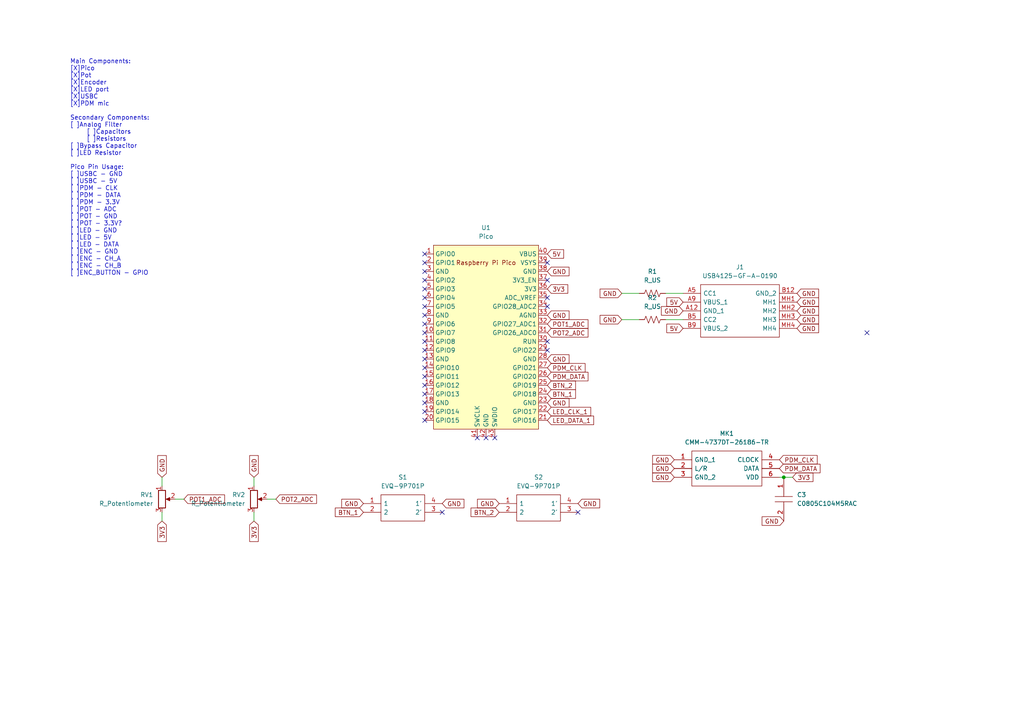
<source format=kicad_sch>
(kicad_sch (version 20211123) (generator eeschema)
  (paper "A4")
  (lib_symbols
    (symbol "Device:R_Potentiometer" (pin_names (offset 1.016) hide)
      (property "Reference" "RV" (at -4.445 0 90))
      (property "Value" "R_Potentiometer" (at -2.54 0 90))
      (symbol "R_Potentiometer_0_1"
        (polyline (pts (xy 2.54 0) (xy 1.524 0)))
        (polyline (pts (xy 1.143 0) (xy 2.286 0.508) (xy 2.286 -0.508) (xy 1.143 0)) (fill (type outline)))
        (rectangle (start 1.016 2.54) (end -1.016 -2.54) (stroke (width 0.254)))
      )
      (symbol "R_Potentiometer_1_1"
        (pin passive line (at 0 3.81 270) (length 1.27) (name "1") (number "1"))
        (pin passive line (at 3.81 0 180) (length 1.27) (name "2") (number "2"))
        (pin passive line (at 0 -3.81 90) (length 1.27) (name "3") (number "3"))
      )
    )
    (symbol "Device:R_US" (pin_numbers hide) (pin_names (offset 0))
      (property "Reference" "R" (at 2.54 0 90))
      (property "Value" "R_US" (at -2.54 0 90))
      (symbol "R_US_0_1"
        (polyline (pts (xy 0 -2.286) (xy 0 -2.54)))
        (polyline (pts (xy 0 2.286) (xy 0 2.54)))
        (polyline (pts (xy 0 -0.762) (xy 1.016 -1.143) (xy 0 -1.524) (xy -1.016 -1.905) (xy 0 -2.286)))
        (polyline (pts (xy 0 0.762) (xy 1.016 0.381) (xy 0 0) (xy -1.016 -0.381) (xy 0 -0.762)))
        (polyline (pts (xy 0 2.286) (xy 1.016 1.905) (xy 0 1.524) (xy -1.016 1.143) (xy 0 0.762)))
      )
      (symbol "R_US_1_1"
        (pin passive line (at 0 3.81 270) (length 1.27) (name "~") (number "1"))
        (pin passive line (at 0 -3.81 90) (length 1.27) (name "~") (number "2"))
      )
    )
    (symbol "MCU_RaspberryPi_and_Boards:Pico"
      (property "Reference" "U" (at -13.97 27.94 0))
      (property "Value" "Pico" (at 0 19.05 0))
      (symbol "Pico_0_0"
        (text "Raspberry Pi Pico" (at 0 21.59 0) (effects (font (size 1.27 1.27))))
      )
      (symbol "Pico_0_1"
        (rectangle (start -15.24 26.67) (end 15.24 -26.67) (fill (type background)))
      )
      (symbol "Pico_1_1"
        (pin bidirectional line (at -17.78 24.13 0) (length 2.54) (name "GPIO0") (number "1"))
        (pin bidirectional line (at -17.78 1.27 0) (length 2.54) (name "GPIO7") (number "10"))
        (pin bidirectional line (at -17.78 -1.27 0) (length 2.54) (name "GPIO8") (number "11"))
        (pin bidirectional line (at -17.78 -3.81 0) (length 2.54) (name "GPIO9") (number "12"))
        (pin power_in line (at -17.78 -6.35 0) (length 2.54) (name "GND") (number "13"))
        (pin bidirectional line (at -17.78 -8.89 0) (length 2.54) (name "GPIO10") (number "14"))
        (pin bidirectional line (at -17.78 -11.43 0) (length 2.54) (name "GPIO11") (number "15"))
        (pin bidirectional line (at -17.78 -13.97 0) (length 2.54) (name "GPIO12") (number "16"))
        (pin bidirectional line (at -17.78 -16.51 0) (length 2.54) (name "GPIO13") (number "17"))
        (pin power_in line (at -17.78 -19.05 0) (length 2.54) (name "GND") (number "18"))
        (pin bidirectional line (at -17.78 -21.59 0) (length 2.54) (name "GPIO14") (number "19"))
        (pin bidirectional line (at -17.78 21.59 0) (length 2.54) (name "GPIO1") (number "2"))
        (pin bidirectional line (at -17.78 -24.13 0) (length 2.54) (name "GPIO15") (number "20"))
        (pin bidirectional line (at 17.78 -24.13 180) (length 2.54) (name "GPIO16") (number "21"))
        (pin bidirectional line (at 17.78 -21.59 180) (length 2.54) (name "GPIO17") (number "22"))
        (pin power_in line (at 17.78 -19.05 180) (length 2.54) (name "GND") (number "23"))
        (pin bidirectional line (at 17.78 -16.51 180) (length 2.54) (name "GPIO18") (number "24"))
        (pin bidirectional line (at 17.78 -13.97 180) (length 2.54) (name "GPIO19") (number "25"))
        (pin bidirectional line (at 17.78 -11.43 180) (length 2.54) (name "GPIO20") (number "26"))
        (pin bidirectional line (at 17.78 -8.89 180) (length 2.54) (name "GPIO21") (number "27"))
        (pin power_in line (at 17.78 -6.35 180) (length 2.54) (name "GND") (number "28"))
        (pin bidirectional line (at 17.78 -3.81 180) (length 2.54) (name "GPIO22") (number "29"))
        (pin power_in line (at -17.78 19.05 0) (length 2.54) (name "GND") (number "3"))
        (pin input line (at 17.78 -1.27 180) (length 2.54) (name "RUN") (number "30"))
        (pin bidirectional line (at 17.78 1.27 180) (length 2.54) (name "GPIO26_ADC0") (number "31"))
        (pin bidirectional line (at 17.78 3.81 180) (length 2.54) (name "GPIO27_ADC1") (number "32"))
        (pin power_in line (at 17.78 6.35 180) (length 2.54) (name "AGND") (number "33"))
        (pin bidirectional line (at 17.78 8.89 180) (length 2.54) (name "GPIO28_ADC2") (number "34"))
        (pin power_in line (at 17.78 11.43 180) (length 2.54) (name "ADC_VREF") (number "35"))
        (pin power_in line (at 17.78 13.97 180) (length 2.54) (name "3V3") (number "36"))
        (pin input line (at 17.78 16.51 180) (length 2.54) (name "3V3_EN") (number "37"))
        (pin bidirectional line (at 17.78 19.05 180) (length 2.54) (name "GND") (number "38"))
        (pin power_in line (at 17.78 21.59 180) (length 2.54) (name "VSYS") (number "39"))
        (pin bidirectional line (at -17.78 16.51 0) (length 2.54) (name "GPIO2") (number "4"))
        (pin power_in line (at 17.78 24.13 180) (length 2.54) (name "VBUS") (number "40"))
        (pin input line (at -2.54 -29.21 90) (length 2.54) (name "SWCLK") (number "41"))
        (pin power_in line (at 0 -29.21 90) (length 2.54) (name "GND") (number "42"))
        (pin bidirectional line (at 2.54 -29.21 90) (length 2.54) (name "SWDIO") (number "43"))
        (pin bidirectional line (at -17.78 13.97 0) (length 2.54) (name "GPIO3") (number "5"))
        (pin bidirectional line (at -17.78 11.43 0) (length 2.54) (name "GPIO4") (number "6"))
        (pin bidirectional line (at -17.78 8.89 0) (length 2.54) (name "GPIO5") (number "7"))
        (pin power_in line (at -17.78 6.35 0) (length 2.54) (name "GND") (number "8"))
        (pin bidirectional line (at -17.78 3.81 0) (length 2.54) (name "GPIO6") (number "9"))
      )
    )
    (symbol "SamacSys_Parts:C0805C104M5RAC" (pin_names (offset 0.762))
      (property "Reference" "C" (at 8.89 6.35 0))
      (property "Value" "C0805C104M5RAC" (at 8.89 3.81 0))
      (symbol "C0805C104M5RAC_0_0"
        (pin passive line (at 0 0 0) (length 5.08) (name "~") (number "1"))
        (pin passive line (at 12.7 0 180) (length 5.08) (name "~") (number "2"))
      )
      (symbol "C0805C104M5RAC_0_1"
        (polyline (pts (xy 5.08 0) (xy 5.588 0)) (stroke (width 0.1524)))
        (polyline (pts (xy 5.588 2.54) (xy 5.588 -2.54)) (stroke (width 0.1524)))
        (polyline (pts (xy 7.112 0) (xy 7.62 0)) (stroke (width 0.1524)))
        (polyline (pts (xy 7.112 2.54) (xy 7.112 -2.54)) (stroke (width 0.1524)))
      )
    )
    (symbol "SamacSys_Parts:CMM-4737DT-26186-TR" (pin_names (offset 0.762))
      (property "Reference" "MK" (at 26.67 7.62 0))
      (property "Value" "CMM-4737DT-26186-TR" (at 26.67 5.08 0))
      (symbol "CMM-4737DT-26186-TR_0_0"
        (pin passive line (at 0 0 0) (length 5.08) (name "GND_1") (number "1"))
        (pin passive line (at 0 -2.54 0) (length 5.08) (name "L/R") (number "2"))
        (pin passive line (at 0 -5.08 0) (length 5.08) (name "GND_2") (number "3"))
        (pin passive line (at 30.48 0 180) (length 5.08) (name "CLOCK") (number "4"))
        (pin passive line (at 30.48 -2.54 180) (length 5.08) (name "DATA") (number "5"))
        (pin passive line (at 30.48 -5.08 180) (length 5.08) (name "VDD") (number "6"))
      )
      (symbol "CMM-4737DT-26186-TR_0_1"
        (polyline (pts (xy 5.08 2.54) (xy 25.4 2.54) (xy 25.4 -7.62) (xy 5.08 -7.62) (xy 5.08 2.54)) (stroke (width 0.1524)))
      )
    )
    (symbol "SamacSys_Parts:EVQ-9P701P" (pin_names (offset 0.762))
      (property "Reference" "S" (at 19.05 7.62 0))
      (property "Value" "EVQ-9P701P" (at 19.05 5.08 0))
      (symbol "EVQ-9P701P_0_0"
        (pin passive line (at 0 0 0) (length 5.08) (name "1") (number "1"))
        (pin passive line (at 0 -2.54 0) (length 5.08) (name "2") (number "2"))
        (pin passive line (at 22.86 -2.54 180) (length 5.08) (name "2'") (number "3"))
        (pin passive line (at 22.86 0 180) (length 5.08) (name "1'") (number "4"))
      )
      (symbol "EVQ-9P701P_0_1"
        (polyline (pts (xy 5.08 2.54) (xy 17.78 2.54) (xy 17.78 -5.08) (xy 5.08 -5.08) (xy 5.08 2.54)) (stroke (width 0.1524)))
      )
    )
    (symbol "SamacSys_Parts:USB4125-GF-A-0190" (pin_names (offset 0.762))
      (property "Reference" "J" (at 29.21 7.62 0))
      (property "Value" "USB4125-GF-A-0190" (at 29.21 5.08 0))
      (symbol "USB4125-GF-A-0190_0_0"
        (pin passive line (at 0 -5.08 0) (length 5.08) (name "GND_1") (number "A12"))
        (pin passive line (at 0 0 0) (length 5.08) (name "CC1") (number "A5"))
        (pin passive line (at 0 -2.54 0) (length 5.08) (name "VBUS_1") (number "A9"))
        (pin passive line (at 33.02 0 180) (length 5.08) (name "GND_2") (number "B12"))
        (pin passive line (at 0 -7.62 0) (length 5.08) (name "CC2") (number "B5"))
        (pin passive line (at 0 -10.16 0) (length 5.08) (name "VBUS_2") (number "B9"))
        (pin passive line (at 33.02 -2.54 180) (length 5.08) (name "MH1") (number "MH1"))
        (pin passive line (at 33.02 -5.08 180) (length 5.08) (name "MH2") (number "MH2"))
        (pin passive line (at 33.02 -7.62 180) (length 5.08) (name "MH3") (number "MH3"))
        (pin passive line (at 33.02 -10.16 180) (length 5.08) (name "MH4") (number "MH4"))
      )
      (symbol "USB4125-GF-A-0190_0_1"
        (polyline (pts (xy 5.08 2.54) (xy 27.94 2.54) (xy 27.94 -12.7) (xy 5.08 -12.7) (xy 5.08 2.54)) (stroke (width 0.1524)))
      )
    )
  )
  (junction (at 227.33 138.43))
  (no_connect (at 158.75 101.6))
  (no_connect (at 123.19 121.92))
  (no_connect (at 251.46 96.52))
  (no_connect (at 123.19 83.82))
  (no_connect (at 123.19 114.3))
  (no_connect (at 123.19 111.76))
  (no_connect (at 123.19 109.22))
  (no_connect (at 123.19 106.68))
  (no_connect (at 123.19 101.6))
  (no_connect (at 123.19 99.06))
  (no_connect (at 167.64 148.59))
  (no_connect (at 128.27 148.59))
  (no_connect (at 123.19 96.52))
  (no_connect (at 123.19 93.98))
  (no_connect (at 123.19 88.9))
  (no_connect (at 123.19 116.84))
  (no_connect (at 123.19 86.36))
  (no_connect (at 158.75 88.9))
  (no_connect (at 123.19 81.28))
  (no_connect (at 123.19 119.38))
  (no_connect (at 123.19 73.66))
  (no_connect (at 123.19 76.2))
  (no_connect (at 123.19 78.74))
  (no_connect (at 123.19 104.14))
  (no_connect (at 123.19 91.44))
  (no_connect (at 158.75 86.36))
  (no_connect (at 140.97 127))
  (no_connect (at 143.51 127))
  (no_connect (at 138.43 127))
  (no_connect (at 158.75 99.06))
  (no_connect (at 158.75 76.2))
  (no_connect (at 158.75 81.28))
  (wire (pts (xy 193.04 85.09) (xy 198.12 85.09)))
  (wire (pts (xy 77.47 144.78) (xy 80.01 144.78)))
  (wire (pts (xy 73.66 138.43) (xy 73.66 140.97)))
  (wire (pts (xy 180.34 85.09) (xy 185.42 85.09)))
  (wire (pts (xy 193.04 92.71) (xy 198.12 92.71)))
  (wire (pts (xy 46.99 148.59) (xy 46.99 151.13)))
  (wire (pts (xy 227.33 138.43) (xy 226.06 138.43)))
  (wire (pts (xy 180.34 92.71) (xy 185.42 92.71)))
  (wire (pts (xy 73.66 148.59) (xy 73.66 151.13)))
  (wire (pts (xy 229.87 138.43) (xy 227.33 138.43)))
  (wire (pts (xy 50.8 144.78) (xy 53.34 144.78)))
  (wire (pts (xy 46.99 138.43) (xy 46.99 140.97)))
  (text "Main Components:\n[X]Pico\n[X]Pot\n[X]Encoder\n[X]LED port\n[X]USBC\n[X]PDM mic\n\nSecondary Components:\n[ ]Analog Filter\n	[ ]Capacitors\n	[ ]Resistors\n[ ]Bypass Capacitor\n[ ]LED Resistor\n\nPico Pin Usage:\n[ ]USBC - GND\n[ ]USBC - 5V\n[ ]PDM - CLK\n[ ]PDM - DATA\n[ ]PDM - 3.3V\n[ ]POT - ADC\n[ ]POT - GND\n[ ]POT - 3.3V?\n[ ]LED - GND\n[ ]LED - 5V\n[ ]LED - DATA\n[ ]ENC - GND\n[ ]ENC - CH_A\n[ ]ENC - CH_B\n[ ]ENC_BUTTON - GPIO\n" (at 20.32 80.01 0) (effects (font (size 1.27 1.27)) (justify left bottom)))
  (global_label "LED_CLK_1" (shape input) (at 158.75 119.38 0) (property "Intersheet References" "${INTERSHEET_REFS}" (effects hide)))
  (global_label "BTN_2" (shape input) (at 144.78 148.59 180) (property "Intersheet References" "${INTERSHEET_REFS}" (effects hide)))
  (global_label "GND" (shape input) (at 167.64 146.05 0) (property "Intersheet References" "${INTERSHEET_REFS}" (effects hide)))
  (global_label "GND" (shape input) (at 231.14 92.71 0) (property "Intersheet References" "${INTERSHEET_REFS}" (effects hide)))
  (global_label "POT1_ADC" (shape input) (at 53.34 144.78 0) (property "Intersheet References" "${INTERSHEET_REFS}" (effects hide)))
  (global_label "GND" (shape input) (at 105.41 146.05 180) (property "Intersheet References" "${INTERSHEET_REFS}" (effects hide)))
  (global_label "GND" (shape input) (at 46.99 138.43 90) (property "Intersheet References" "${INTERSHEET_REFS}" (effects hide)))
  (global_label "LED_DATA_1" (shape input) (at 158.75 121.92 0) (property "Intersheet References" "${INTERSHEET_REFS}" (effects hide)))
  (global_label "GND" (shape input) (at 227.33 151.13 180) (property "Intersheet References" "${INTERSHEET_REFS}" (effects hide)))
  (global_label "3V3" (shape input) (at 46.99 151.13 270) (property "Intersheet References" "${INTERSHEET_REFS}" (effects hide)))
  (global_label "PDM_CLK" (shape input) (at 226.06 133.35 0) (property "Intersheet References" "${INTERSHEET_REFS}" (effects hide)))
  (global_label "GND" (shape input) (at 73.66 138.43 90) (property "Intersheet References" "${INTERSHEET_REFS}" (effects hide)))
  (global_label "GND" (shape input) (at 158.75 91.44 0) (property "Intersheet References" "${INTERSHEET_REFS}" (effects hide)))
  (global_label "BTN_1" (shape input) (at 105.41 148.59 180) (property "Intersheet References" "${INTERSHEET_REFS}" (effects hide)))
  (global_label "5V" (shape input) (at 158.75 73.66 0) (property "Intersheet References" "${INTERSHEET_REFS}" (effects hide)))
  (global_label "PDM_DATA" (shape input) (at 158.75 109.22 0) (property "Intersheet References" "${INTERSHEET_REFS}" (effects hide)))
  (global_label "GND" (shape input) (at 158.75 116.84 0) (property "Intersheet References" "${INTERSHEET_REFS}" (effects hide)))
  (global_label "POT2_ADC" (shape input) (at 80.01 144.78 0) (property "Intersheet References" "${INTERSHEET_REFS}" (effects hide)))
  (global_label "GND" (shape input) (at 231.14 90.17 0) (property "Intersheet References" "${INTERSHEET_REFS}" (effects hide)))
  (global_label "POT1_ADC" (shape input) (at 158.75 93.98 0) (property "Intersheet References" "${INTERSHEET_REFS}" (effects hide)))
  (global_label "GND" (shape input) (at 195.58 138.43 180) (property "Intersheet References" "${INTERSHEET_REFS}" (effects hide)))
  (global_label "5V" (shape input) (at 198.12 87.63 180) (property "Intersheet References" "${INTERSHEET_REFS}" (effects hide)))
  (global_label "POT2_ADC" (shape input) (at 158.75 96.52 0) (property "Intersheet References" "${INTERSHEET_REFS}" (effects hide)))
  (global_label "GND" (shape input) (at 158.75 78.74 0) (property "Intersheet References" "${INTERSHEET_REFS}" (effects hide)))
  (global_label "3V3" (shape input) (at 229.87 138.43 0) (property "Intersheet References" "${INTERSHEET_REFS}" (effects hide)))
  (global_label "GND" (shape input) (at 158.75 104.14 0) (property "Intersheet References" "${INTERSHEET_REFS}" (effects hide)))
  (global_label "GND" (shape input) (at 180.34 85.09 180) (property "Intersheet References" "${INTERSHEET_REFS}" (effects hide)))
  (global_label "BTN_1" (shape input) (at 158.75 114.3 0) (property "Intersheet References" "${INTERSHEET_REFS}" (effects hide)))
  (global_label "PDM_CLK" (shape input) (at 158.75 106.68 0) (property "Intersheet References" "${INTERSHEET_REFS}" (effects hide)))
  (global_label "GND" (shape input) (at 195.58 135.89 180) (property "Intersheet References" "${INTERSHEET_REFS}" (effects hide)))
  (global_label "GND" (shape input) (at 231.14 95.25 0) (property "Intersheet References" "${INTERSHEET_REFS}" (effects hide)))
  (global_label "5V" (shape input) (at 198.12 95.25 180) (property "Intersheet References" "${INTERSHEET_REFS}" (effects hide)))
  (global_label "GND" (shape input) (at 180.34 92.71 180) (property "Intersheet References" "${INTERSHEET_REFS}" (effects hide)))
  (global_label "GND" (shape input) (at 231.14 85.09 0) (property "Intersheet References" "${INTERSHEET_REFS}" (effects hide)))
  (global_label "GND" (shape input) (at 128.27 146.05 0) (property "Intersheet References" "${INTERSHEET_REFS}" (effects hide)))
  (global_label "GND" (shape input) (at 195.58 133.35 180) (property "Intersheet References" "${INTERSHEET_REFS}" (effects hide)))
  (global_label "GND" (shape input) (at 231.14 87.63 0) (property "Intersheet References" "${INTERSHEET_REFS}" (effects hide)))
  (global_label "GND" (shape input) (at 144.78 146.05 180) (property "Intersheet References" "${INTERSHEET_REFS}" (effects hide)))
  (global_label "3V3" (shape input) (at 158.75 83.82 0) (property "Intersheet References" "${INTERSHEET_REFS}" (effects hide)))
  (global_label "GND" (shape input) (at 198.12 90.17 180) (property "Intersheet References" "${INTERSHEET_REFS}" (effects hide)))
  (global_label "PDM_DATA" (shape input) (at 226.06 135.89 0) (property "Intersheet References" "${INTERSHEET_REFS}" (effects hide)))
  (global_label "BTN_2" (shape input) (at 158.75 111.76 0) (property "Intersheet References" "${INTERSHEET_REFS}" (effects hide)))
  (global_label "3V3" (shape input) (at 73.66 151.13 270) (property "Intersheet References" "${INTERSHEET_REFS}" (effects hide)))
  (symbol (lib_id "Device:R_Potentiometer") (at 46.99 144.78 0) (unit 1)
    (property "Reference" "RV1" (at 44.45 143.5099 0) (effects (justify right)))
    (property "Value" "R_Potentiometer" (at 44.45 146.0499 0) (effects (justify right)))
    (property "Footprint" "Varistor:3352T-1-104LF" (effects hide))
  )
  (symbol (lib_id "Device:R_US") (at 189.23 92.71 90) (unit 1)
    (property "Reference" "R2" (at 189.23 86.36 90))
    (property "Value" "R_US" (at 189.23 88.9 90))
    (property "Footprint" "Resistor_SMD:R_0805_2012Metric" (effects hide))
  )
  (symbol (lib_id "Device:R_US") (at 189.23 85.09 90) (unit 1)
    (property "Reference" "R1" (at 189.23 78.74 90))
    (property "Value" "R_US" (at 189.23 81.28 90))
    (property "Footprint" "Resistor_SMD:R_0805_2012Metric" (effects hide))
  )
  (symbol (lib_id "SamacSys_Parts:C0805C104M5RAC") (at 227.33 138.43 270) (unit 1)
    (property "Reference" "C3" (at 231.14 143.5099 90) (effects (justify left)))
    (property "Value" "C0805C104M5RAC" (at 231.14 146.0499 90) (effects (justify left)))
    (property "Footprint" "SamacSys_Parts:CAPC2012X88N" (effects hide))
    (property "Datasheet" "https://connect.kemet.com:7667/gateway/IntelliData-ComponentDocumentation/1.0/download/specsheet/C0805C104M5RAC%7bBULK%7d" (effects hide))
    (property "Description" "Multilayer Ceramic Capacitors MLCC - SMD/SMT 50V 0.1uF X7R 0805 20%" (effects hide))
    (property "Height" "0.88" (effects hide))
    (property "Mouser Part Number" "80-C0805C104M5RAC" (effects hide))
    (property "Mouser Price/Stock" "https://www.mouser.co.uk/ProductDetail/KEMET/C0805C104M5RAC?qs=VOOUd%252Bza08rWzt4y8eXMuQ%3D%3D" (effects hide))
    (property "Manufacturer_Name" "KEMET" (effects hide))
    (property "Manufacturer_Part_Number" "C0805C104M5RAC" (effects hide))
  )
  (symbol (lib_id "Device:R_Potentiometer") (at 73.66 144.78 0) (unit 1)
    (property "Reference" "RV2" (at 71.12 143.5099 0) (effects (justify right)))
    (property "Value" "R_Potentiometer" (at 71.12 146.0499 0) (effects (justify right)))
    (property "Footprint" "Varistor:3352T-1-104LF" (effects hide))
  )
  (symbol (lib_id "SamacSys_Parts:EVQ-9P701P") (at 105.41 146.05 0) (unit 1)
    (property "Reference" "S1" (at 116.84 138.43 0))
    (property "Value" "EVQ-9P701P" (at 116.84 140.97 0))
    (property "Footprint" "EVQ-9P701P" (effects hide))
    (property "Datasheet" "https://industrial.panasonic.com/cdbs/www-data/pdf/ATK0000/ATK0000C378.pdf" (effects hide))
    (property "Description" "Tactile Switches SMD 3.5X2.9MM SID-OP L SHAPED TERM 1.6N" (effects hide))
    (property "Mouser Part Number" "667-EVQ-9P701P" (effects hide))
    (property "Mouser Price/Stock" "https://www.mouser.co.uk/ProductDetail/Panasonic/EVQ-9P701P?qs=NPkb10g2yLBKCwpELvsGNg%3D%3D" (effects hide))
    (property "Manufacturer_Name" "Panasonic" (effects hide))
    (property "Manufacturer_Part_Number" "EVQ-9P701P" (effects hide))
  )
  (symbol (lib_id "SamacSys_Parts:USB4125-GF-A-0190") (at 198.12 85.09 0) (unit 1)
    (property "Reference" "J1" (at 214.63 77.47 0))
    (property "Value" "USB4125-GF-A-0190" (at 214.63 80.01 0))
    (property "Footprint" "SamacSys_Parts:USB4125GFA0190" (effects hide))
    (property "Description" "USB Connectors USB C Rec GF RA 6P SMT TH Stakes 1.9mm" (effects hide))
    (property "Height" "3.41" (effects hide))
    (property "Mouser Part Number" "640-USB4125-GF-A-190" (effects hide))
    (property "Mouser Price/Stock" "https://www.mouser.co.uk/ProductDetail/GCT/USB4125-GF-A-0190?qs=QNEnbhJQKvbCz4hEJBS24w%3D%3D" (effects hide))
    (property "Manufacturer_Name" "GCT (GLOBAL CONNECTOR TECHNOLOGY)" (effects hide))
    (property "Manufacturer_Part_Number" "USB4125-GF-A-0190" (effects hide))
  )
  (symbol (lib_id "SamacSys_Parts:EVQ-9P701P") (at 144.78 146.05 0) (unit 1)
    (property "Reference" "S2" (at 156.21 138.43 0))
    (property "Value" "EVQ-9P701P" (at 156.21 140.97 0))
    (property "Footprint" "EVQ-9P701P" (effects hide))
    (property "Datasheet" "https://industrial.panasonic.com/cdbs/www-data/pdf/ATK0000/ATK0000C378.pdf" (effects hide))
    (property "Description" "Tactile Switches SMD 3.5X2.9MM SID-OP L SHAPED TERM 1.6N" (effects hide))
    (property "Mouser Part Number" "667-EVQ-9P701P" (effects hide))
    (property "Mouser Price/Stock" "https://www.mouser.co.uk/ProductDetail/Panasonic/EVQ-9P701P?qs=NPkb10g2yLBKCwpELvsGNg%3D%3D" (effects hide))
    (property "Manufacturer_Name" "Panasonic" (effects hide))
    (property "Manufacturer_Part_Number" "EVQ-9P701P" (effects hide))
  )
  (symbol (lib_id "MCU_RaspberryPi_and_Boards:Pico") (at 140.97 97.79 0) (unit 1)
    (property "Reference" "U1" (at 140.97 66.04 0))
    (property "Value" "Pico" (at 140.97 68.58 0))
    (property "Footprint" "MCU_RaspberryPi_and_Boards:RPi_Pico_SMD_TH_removes2" (effects hide))
  )
  (symbol (lib_id "SamacSys_Parts:CMM-4737DT-26186-TR") (at 195.58 133.35 0) (unit 1)
    (property "Reference" "MK1" (at 210.82 125.73 0))
    (property "Value" "CMM-4737DT-26186-TR" (at 210.82 128.27 0))
    (property "Footprint" "SamacSys_Parts:CMM4737DT26186TR" (effects hide))
    (property "Datasheet" "https://www.cuidevices.com/product/resource/digikeypdf/cmm-4737dt-26186-tr.pdf" (effects hide))
    (property "Description" "MEMS Microphones MEMs Microphone 4.72x3.76mm 2Vdc SMT" (effects hide))
    (property "Height" "1.35" (effects hide))
    (property "Mouser Part Number" "490-CMM4737DT26186TR" (effects hide))
    (property "Mouser Price/Stock" "https://www.mouser.co.uk/ProductDetail/CUI-Devices/CMM-4737DT-26186-TR?qs=PqoDHHvF64%252Byt6%2FZe%252BNOsA%3D%3D" (effects hide))
    (property "Manufacturer_Name" "CUI Inc." (effects hide))
    (property "Manufacturer_Part_Number" "CMM-4737DT-26186-TR" (effects hide))
  )
)
</source>
